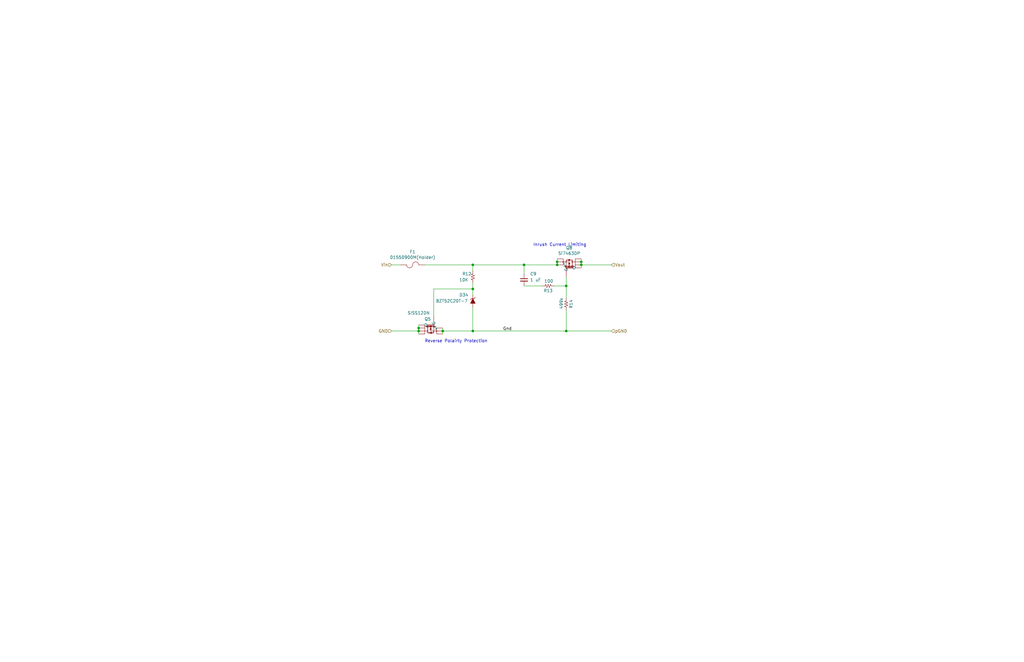
<source format=kicad_sch>
(kicad_sch (version 20211123) (generator eeschema)
  (paper "B")
  (title_block (title "PowerInputProtection") (date "2020-09-19") (rev "A") (company "Guatek"))
  (lib_symbols
    (symbol "Dual-Mag-Camera-Control-rescue:01550900M(Holder)-ProjectDevices" (pin_names (offset 1.016))
      (property "Reference" "F" (at 0 2.54 0))
      (property "Value" "01550900M(Holder)-ProjectDevices" (at 0 -3.81 0))
      (symbol "01550900M(Holder)-ProjectDevices_0_1"
        (arc (start -2.54 0) (mid -1.27 -1.27) (end 0 0))
        (arc (start 2.54 0) (mid 1.27 1.27) (end 0 0))
      )
      (symbol "01550900M(Holder)-ProjectDevices_1_1"
        (pin passive line (at -5.08 0 0) (length 2.54) (name "1") (number "1"))
        (pin passive line (at 5.08 0 180) (length 2.54) (name "2") (number "2"))
      )
    )
    (symbol "Dual-Mag-Camera-Control-rescue:C_Small-SPC-Control-rescue" (pin_numbers hide) (pin_names (offset 0.254) hide)
      (property "Reference" "C" (at 0.254 1.778 0))
      (property "Value" "C_Small-SPC-Control-rescue" (at 0.254 -2.032 0))
      (symbol "C_Small-SPC-Control-rescue_0_1"
        (polyline (pts (xy -1.524 -0.508) (xy 1.524 -0.508)) (stroke (width 0.3302)))
        (polyline (pts (xy -1.524 0.508) (xy 1.524 0.508)) (stroke (width 0.3048)))
      )
      (symbol "C_Small-SPC-Control-rescue_1_1"
        (pin passive line (at 0 2.54 270) (length 2.032) (name "~") (number "1"))
        (pin passive line (at 0 -2.54 90) (length 2.032) (name "~") (number "2"))
      )
    )
    (symbol "Dual-Mag-Camera-Control-rescue:Resistor_small-SPC-Control-rescue" (pin_numbers hide) (pin_names (offset 0))
      (property "Reference" "R" (at 2.032 0 90))
      (property "Value" "Resistor_small-SPC-Control-rescue" (at -2.032 0.254 90))
      (symbol "Resistor_small-SPC-Control-rescue_0_1"
        (polyline (pts (xy 0 1.27) (xy -0.762 1.016) (xy 0.762 0.508) (xy -0.762 0) (xy 0.762 -0.508) (xy -0.762 -1.016) (xy 0 -1.27)))
      )
      (symbol "Resistor_small-SPC-Control-rescue_1_1"
        (pin passive line (at 0 2.54 270) (length 1.27) (name "~") (number "1"))
        (pin passive line (at 0 -2.54 90) (length 1.27) (name "~") (number "2"))
      )
    )
    (symbol "Dual-Mag-Camera-Control-rescue:Resistor_small-SPC-Control-rescue-DeathStar-rescue-BUMP-Control-rescue" (pin_numbers hide) (pin_names (offset 0))
      (property "Reference" "R" (at 2.032 0 90))
      (property "Value" "Resistor_small-SPC-Control-rescue-DeathStar-rescue-BUMP-Control-rescue" (at -2.032 0.254 90))
      (symbol "Resistor_small-SPC-Control-rescue-DeathStar-rescue-BUMP-Control-rescue_0_1"
        (polyline (pts (xy 0 1.27) (xy -0.762 1.016) (xy 0.762 0.508) (xy -0.762 0) (xy 0.762 -0.508) (xy -0.762 -1.016) (xy 0 -1.27)))
      )
      (symbol "Resistor_small-SPC-Control-rescue-DeathStar-rescue-BUMP-Control-rescue_1_1"
        (pin passive line (at 0 2.54 270) (length 1.27) (name "~") (number "1"))
        (pin passive line (at 0 -2.54 90) (length 1.27) (name "~") (number "2"))
      )
    )
    (symbol "Dual-Mag-Camera-Control-rescue:Si7463DP-ProjectDevices" (pin_names (offset 1.016))
      (property "Reference" "Q" (at 2.54 0 0))
      (property "Value" "Si7463DP-ProjectDevices" (at 6.35 3.81 0))
      (symbol "Si7463DP-ProjectDevices_1_1"
        (circle (center 0 -1.27) (radius 0.127))
        (circle (center 0 -1.27) (radius 0.127))
        (circle (center 0 -1.27) (radius 0.127))
        (circle (center 0 -1.27) (radius 0.127))
        (polyline (pts (xy -5.08 1.27) (xy -3.81 1.27)))
        (polyline (pts (xy -2.54 1.27) (xy -3.81 1.27)))
        (polyline (pts (xy -1.905 -1.651) (xy -1.905 -1.016)) (stroke (width 0.508)))
        (polyline (pts (xy -1.905 -1.651) (xy -1.905 -1.016)) (stroke (width 0.508)))
        (polyline (pts (xy -1.905 -0.381) (xy -1.905 0.381)) (stroke (width 0.508)))
        (polyline (pts (xy -1.905 -0.381) (xy -1.905 0.381)) (stroke (width 0.508)))
        (polyline (pts (xy -1.905 1.016) (xy -1.905 1.651)) (stroke (width 0.508)))
        (polyline (pts (xy -1.778 -1.27) (xy 0 -1.27)))
        (polyline (pts (xy -1.778 -1.27) (xy 0 -1.27)))
        (polyline (pts (xy -1.778 -1.27) (xy 0 -1.27)))
        (polyline (pts (xy -1.778 -1.27) (xy 0 -1.27)))
        (polyline (pts (xy -1.778 1.27) (xy 0 1.27)))
        (polyline (pts (xy -1.27 -3.81) (xy -1.27 -2.54)))
        (polyline (pts (xy 0 -3.81) (xy 0 -2.54)))
        (polyline (pts (xy 0 1.27) (xy 0 2.54)))
        (polyline (pts (xy 0 2.54) (xy 0 3.81)))
        (polyline (pts (xy 0.381 0.381) (xy 1.143 0.381)))
        (polyline (pts (xy -2.54 -1.524) (xy -2.54 1.524) (xy -2.54 1.524)) (stroke (width 0.254)))
        (polyline (pts (xy -2.54 -1.524) (xy -2.54 1.524) (xy -2.54 1.524)) (stroke (width 0.254)))
        (polyline (pts (xy -1.778 0) (xy 0 0) (xy 0 1.27)))
        (polyline (pts (xy 0 2.54) (xy -1.27 2.54) (xy -1.27 3.81)))
        (polyline (pts (xy 0 2.54) (xy 1.27 2.54) (xy 1.27 3.81)))
        (polyline (pts (xy 1.27 -3.81) (xy 1.27 -2.54) (xy 0 -2.54)))
        (polyline (pts (xy -2.54 -3.81) (xy -2.54 -2.54) (xy 0 -2.54) (xy 0 -1.27)))
        (polyline (pts (xy -0.254 0) (xy -1.016 -0.381) (xy -1.016 0.381) (xy -0.254 0)) (fill (type outline)))
        (polyline (pts (xy 0 1.27) (xy 0.762 1.27) (xy 0.762 -1.27) (xy 0 -1.27)))
        (polyline (pts (xy 0 1.27) (xy 0.762 1.27) (xy 0.762 -1.27) (xy 0 -1.27)))
        (polyline (pts (xy 0 1.27) (xy 0.762 1.27) (xy 0.762 -1.27) (xy 0 -1.27)))
        (polyline (pts (xy 0 1.27) (xy 0.762 1.27) (xy 0.762 -1.27) (xy 0 -1.27)))
        (polyline (pts (xy 0.762 0.381) (xy 0.381 -0.254) (xy 1.143 -0.254) (xy 0.762 0.381)) (fill (type outline)))
        (circle (center 0 1.27) (radius 0.127))
        (circle (center 0 2.54) (radius 0.127))
        (circle (center 0 2.54) (radius 0.127))
        (circle (center 0 2.54) (radius 0.127))
        (circle (center 0 2.54) (radius 0.127))
        (pin power_out line (at -1.27 5.08 270) (length 1.27) (name "S") (number "1"))
        (pin power_out line (at 0 5.08 270) (length 1.27) (name "S") (number "2"))
        (pin power_out line (at 1.27 5.08 270) (length 1.27) (name "S") (number "3"))
        (pin passive line (at -6.35 1.27 0) (length 1.27) (name "G") (number "4"))
        (pin power_in line (at -2.54 -5.08 90) (length 1.27) (name "D") (number "5"))
        (pin power_in line (at -1.27 -5.08 90) (length 1.27) (name "D") (number "5"))
        (pin power_in line (at 0 -5.08 90) (length 1.27) (name "D") (number "5"))
        (pin power_in line (at 1.27 -5.08 90) (length 1.27) (name "D") (number "5"))
      )
    )
    (symbol "Dual-Mag-Camera-Control-rescue:SiSA72DN-ProjectDevices" (pin_names (offset 1.016))
      (property "Reference" "Q" (at 3.81 1.27 0))
      (property "Value" "SiSA72DN-ProjectDevices" (at -15.24 6.35 0))
      (symbol "SiSA72DN-ProjectDevices_1_1"
        (circle (center 0 -2.54) (radius 0.127))
        (circle (center 0 -2.54) (radius 0.127))
        (circle (center 0 -2.54) (radius 0.127))
        (circle (center 0 -2.54) (radius 0.127))
        (circle (center 0 -1.27) (radius 0.127))
        (polyline (pts (xy -5.08 -1.27) (xy -3.81 -1.27)))
        (polyline (pts (xy -2.54 -1.27) (xy -3.81 -1.27)))
        (polyline (pts (xy -1.905 -1.016) (xy -1.905 -1.651)) (stroke (width 0.508)))
        (polyline (pts (xy -1.905 0.381) (xy -1.905 -0.381)) (stroke (width 0.508)))
        (polyline (pts (xy -1.905 0.381) (xy -1.905 -0.381)) (stroke (width 0.508)))
        (polyline (pts (xy -1.905 1.651) (xy -1.905 1.016)) (stroke (width 0.508)))
        (polyline (pts (xy -1.905 1.651) (xy -1.905 1.016)) (stroke (width 0.508)))
        (polyline (pts (xy -1.778 -1.27) (xy 0 -1.27)))
        (polyline (pts (xy -1.778 1.27) (xy 0 1.27)))
        (polyline (pts (xy -1.778 1.27) (xy 0 1.27)))
        (polyline (pts (xy -1.778 1.27) (xy 0 1.27)))
        (polyline (pts (xy -1.778 1.27) (xy 0 1.27)))
        (polyline (pts (xy -1.27 3.81) (xy -1.27 2.54)))
        (polyline (pts (xy 0 -2.54) (xy 0 -3.81)))
        (polyline (pts (xy 0 -1.27) (xy 0 -2.54)))
        (polyline (pts (xy 0 3.81) (xy 0 2.54)))
        (polyline (pts (xy 0.381 0.254) (xy 1.143 0.254)))
        (polyline (pts (xy -2.54 1.524) (xy -2.54 -1.524) (xy -2.54 -1.524)) (stroke (width 0.254)))
        (polyline (pts (xy -2.54 1.524) (xy -2.54 -1.524) (xy -2.54 -1.524)) (stroke (width 0.254)))
        (polyline (pts (xy -1.778 0) (xy 0 0) (xy 0 -1.27)))
        (polyline (pts (xy 0 -2.54) (xy -1.27 -2.54) (xy -1.27 -3.81)))
        (polyline (pts (xy 0 -2.54) (xy 1.27 -2.54) (xy 1.27 -3.81)))
        (polyline (pts (xy 1.27 3.81) (xy 1.27 2.54) (xy 0 2.54)))
        (polyline (pts (xy -2.54 3.81) (xy -2.54 2.54) (xy 0 2.54) (xy 0 1.27)))
        (polyline (pts (xy -1.397 0) (xy -0.635 -0.381) (xy -0.635 0.381) (xy -1.397 0)) (fill (type outline)))
        (polyline (pts (xy 0 -1.27) (xy 0.762 -1.27) (xy 0.762 1.27) (xy 0 1.27)))
        (polyline (pts (xy 0 -1.27) (xy 0.762 -1.27) (xy 0.762 1.27) (xy 0 1.27)))
        (polyline (pts (xy 0 -1.27) (xy 0.762 -1.27) (xy 0.762 1.27) (xy 0 1.27)))
        (polyline (pts (xy 0 -1.27) (xy 0.762 -1.27) (xy 0.762 1.27) (xy 0 1.27)))
        (polyline (pts (xy 0.762 0.254) (xy 1.143 -0.381) (xy 0.381 -0.381) (xy 0.762 0.254)) (fill (type outline)))
        (circle (center 0 1.27) (radius 0.127))
        (circle (center 0 1.27) (radius 0.127))
        (circle (center 0 1.27) (radius 0.127))
        (circle (center 0 1.27) (radius 0.127))
        (pin power_in line (at 1.27 -5.08 90) (length 1.27) (name "S") (number "1"))
        (pin bidirectional line (at -1.27 -5.08 90) (length 1.27) (name "S") (number "2"))
        (pin bidirectional line (at 0 -5.08 90) (length 1.27) (name "S") (number "3"))
        (pin passive line (at -6.35 -1.27 0) (length 1.27) (name "G") (number "4"))
        (pin passive line (at -2.54 5.08 270) (length 1.27) (name "D") (number "5"))
        (pin power_in line (at -1.27 5.08 270) (length 1.27) (name "D") (number "5"))
        (pin power_in line (at 0 5.08 270) (length 1.27) (name "D") (number "5"))
        (pin power_in line (at 1.27 5.08 270) (length 1.27) (name "D") (number "5"))
      )
    )
    (symbol "Dual-Mag-Camera-Control-rescue:ZENERsmall-RESCUE-PowerControlBoard-SPC-Control-rescue-DeathStar-rescue-BUMP-Control-rescue" (pin_numbers hide) (pin_names (offset 1.016) hide)
      (property "Reference" "D" (at 0 2.54 0))
      (property "Value" "ZENERsmall-RESCUE-PowerControlBoard-SPC-Control-rescue-DeathStar-rescue-BUMP-Control-rescue" (at 0 -2.54 0))
      (symbol "ZENERsmall-RESCUE-PowerControlBoard-SPC-Control-rescue-DeathStar-rescue-BUMP-Control-rescue_0_1"
        (polyline (pts (xy -1.524 1.016) (xy -1.016 0.508) (xy -1.016 -0.508) (xy -0.508 -1.016)) (stroke (width 0.2032)))
        (polyline (pts (xy 1.016 1.016) (xy -1.016 0) (xy 1.016 -1.016) (xy 1.016 1.016)) (fill (type outline)))
      )
      (symbol "ZENERsmall-RESCUE-PowerControlBoard-SPC-Control-rescue-DeathStar-rescue-BUMP-Control-rescue_1_1"
        (pin passive line (at -2.54 0 0) (length 1.524) (name "K") (number "1"))
        (pin passive line (at 2.54 0 180) (length 1.524) (name "A") (number "2"))
      )
    )
  )
  (junction (at 238.76 120.65))
  (junction (at 176.53 138.43))
  (junction (at 199.39 121.92))
  (junction (at 238.76 139.7))
  (junction (at 245.11 110.49))
  (junction (at 186.69 139.7))
  (junction (at 234.95 110.49))
  (junction (at 234.95 111.76))
  (junction (at 176.53 139.7))
  (junction (at 199.39 111.76))
  (junction (at 220.98 111.76))
  (junction (at 199.39 139.7))
  (junction (at 245.11 111.76))
  (wire (pts (xy 199.39 111.76) (xy 220.98 111.76)))
  (wire (pts (xy 176.53 140.97) (xy 176.53 139.7)))
  (wire (pts (xy 245.11 110.49) (xy 245.11 111.76)))
  (wire (pts (xy 199.39 121.92) (xy 199.39 119.38)))
  (wire (pts (xy 179.07 111.76) (xy 199.39 111.76)))
  (wire (pts (xy 238.76 116.84) (xy 238.76 120.65)))
  (wire (pts (xy 176.53 138.43) (xy 176.53 139.7)))
  (wire (pts (xy 245.11 109.22) (xy 245.11 110.49)))
  (wire (pts (xy 220.98 111.76) (xy 220.98 115.57)))
  (wire (pts (xy 165.1 139.7) (xy 176.53 139.7)))
  (wire (pts (xy 199.39 121.92) (xy 182.88 121.92)))
  (wire (pts (xy 199.39 124.46) (xy 199.39 121.92)))
  (wire (pts (xy 199.39 139.7) (xy 238.76 139.7)))
  (wire (pts (xy 199.39 129.54) (xy 199.39 139.7)))
  (wire (pts (xy 245.11 111.76) (xy 245.11 113.03)))
  (wire (pts (xy 238.76 139.7) (xy 257.81 139.7)))
  (wire (pts (xy 238.76 120.65) (xy 238.76 125.73)))
  (wire (pts (xy 220.98 120.65) (xy 228.6 120.65)))
  (wire (pts (xy 234.95 110.49) (xy 234.95 111.76)))
  (wire (pts (xy 186.69 139.7) (xy 186.69 140.97)))
  (wire (pts (xy 245.11 111.76) (xy 257.81 111.76)))
  (wire (pts (xy 186.69 138.43) (xy 186.69 139.7)))
  (wire (pts (xy 182.88 121.92) (xy 182.88 133.35)))
  (wire (pts (xy 238.76 130.81) (xy 238.76 139.7)))
  (wire (pts (xy 186.69 139.7) (xy 199.39 139.7)))
  (wire (pts (xy 220.98 111.76) (xy 234.95 111.76)))
  (wire (pts (xy 168.91 111.76) (xy 165.1 111.76)))
  (wire (pts (xy 233.68 120.65) (xy 238.76 120.65)))
  (wire (pts (xy 199.39 114.3) (xy 199.39 111.76)))
  (wire (pts (xy 234.95 109.22) (xy 234.95 110.49)))
  (wire (pts (xy 176.53 137.16) (xy 176.53 138.43)))
  (text "Inrush Current Limiting" (at 224.79 104.14 0) (effects (font (size 1.27 1.27)) (justify left bottom)))
  (text "Reverse Polairty Protection" (at 179.07 144.78 0) (effects (font (size 1.27 1.27)) (justify left bottom)))
  (label "Gnd" (at 212.09 139.7 0))
  (hierarchical_label "Vout" (shape input) (at 257.81 111.76 0))
  (hierarchical_label "GND" (shape input) (at 165.1 139.7 180))
  (hierarchical_label "Vin" (shape input) (at 165.1 111.76 180))
  (hierarchical_label "pGND" (shape input) (at 257.81 139.7 0))
  (symbol (lib_id "Dual-Mag-Camera-Control-rescue:Resistor_small-SPC-Control-rescue") (at 231.14 120.65 270) (unit 1)
    (property "Reference" "R13" (at 231.14 122.682 90))
    (property "Value" "100" (at 231.394 118.618 90))
    (property "Footprint" "Resistor_SMD:R_0603_1608Metric" (effects hide))
    (property "Datasheet" "https://www.digikey.com/en/product-highlight/p/panasonic/era-xa-metal-thin-film-chip-resistors" (effects hide))
    (property "Part Number" "P100DBCT-ND" (effects hide))
    (property "Supplier" "Digikey" (effects hide))
    (property "Link" "https://www.digikey.com/product-detail/en/panasonic-electronic-components/ERA-3AEB101V/P100DBCT-ND/1466028" (effects hide))
  )
  (symbol (lib_id "Dual-Mag-Camera-Control-rescue:C_Small-SPC-Control-rescue") (at 220.98 118.11 0) (unit 1)
    (property "Reference" "C9" (at 223.52 115.57 0) (effects (justify left)))
    (property "Value" "1 uF" (at 223.52 118.11 0) (effects (justify left)))
    (property "Footprint" "Capacitor_SMD:C_0805_2012Metric" (effects hide))
    (property "Datasheet" "https://www.yageo.com/upload/media/product/productsearch/datasheet/mlcc/UPY-GPHC_X7R_6.3V-to-50V_18.pdf" (effects hide))
    (property "Part Number" "311-3498-1-ND" (effects hide))
    (property "Supplier" "Digikey" (effects hide))
    (property "Link" "https://www.digikey.com/product-detail/en/yageo/CC0805JKX7R9BB105/311-3498-1-ND/7164519" (effects hide))
  )
  (symbol (lib_id "Dual-Mag-Camera-Control-rescue:SiSA72DN-ProjectDevices") (at 181.61 139.7 90) (mirror x) (unit 1)
    (property "Reference" "Q5" (at 180.34 134.62 90))
    (property "Value" "SISS12DN" (at 176.53 132.08 90))
    (property "Footprint" "Package_SO:Vishay_PowerPAK_1212-8_Single" (effects hide))
    (property "Datasheet" "https://www.vishay.com/docs/75281/siss12dn.pdf" (effects hide))
    (property "Part Number" "SISS12DN-T1-GE3CT-ND" (effects hide))
    (property "Supplier" "Digikey" (effects hide))
    (property "Link" "https://www.digikey.com/en/products/detail/vishay-siliconix/siss12dn-t1-ge3/8572063" (effects hide))
  )
  (symbol (lib_id "Dual-Mag-Camera-Control-rescue:ZENERsmall-RESCUE-PowerControlBoard-SPC-Control-rescue-DeathStar-rescue-BUMP-Control-rescue") (at 199.39 127 270) (unit 1)
    (property "Reference" "D34" (at 195.58 124.46 90))
    (property "Value" "BZT52C20T-7" (at 190.5 127 90))
    (property "Footprint" "Diode_SMD:D_SOD-523" (effects hide))
    (property "Datasheet" "https://www.diodes.com/assets/Datasheets/ds30502.pdf" (effects hide))
    (property "Part Number" "BZT52C20T-7" (effects hide))
    (property "Supplier" "Digikey" (effects hide))
    (property "Link" "https://www.digikey.com/product-detail/en/diodes-incorporated/BZT52C20T-7/BZT52C20T-7DICT-ND/2181077" (effects hide))
  )
  (symbol (lib_id "Dual-Mag-Camera-Control-rescue:Resistor_small-SPC-Control-rescue-DeathStar-rescue-BUMP-Control-rescue") (at 199.39 116.84 0) (unit 1)
    (property "Reference" "R12" (at 196.85 115.57 0))
    (property "Value" "10K" (at 195.58 118.11 0))
    (property "Footprint" "Resistor_SMD:R_0603_1608Metric_Pad1.05x0.95mm_HandSolder" (effects hide))
    (property "Datasheet" "http://www.vishay.com/docs/28705/mcx0x0xpro.pdf" (effects hide))
    (property "Part Number" "MCT0603-10.0K-CFCT-ND" (effects hide))
    (property "Supplier" "Digikey" (effects hide))
    (property "Link" "https://www.digikey.com/product-detail/en/vishay-beyschlag/MCT06030C1002FP500/MCT0603-10.0K-CFCT-ND/2607933" (effects hide))
  )
  (symbol (lib_id "Dual-Mag-Camera-Control-rescue:Resistor_small-SPC-Control-rescue") (at 238.76 128.27 0) (unit 1)
    (property "Reference" "R14" (at 240.792 128.27 90))
    (property "Value" "499k" (at 236.728 128.016 90))
    (property "Footprint" "Resistor_SMD:R_0603_1608Metric" (effects hide))
    (property "Datasheet" "https://www.digikey.com/en/product-highlight/y/yageo/thin-film-chip-resistors" (effects hide))
    (property "Part Number" "YAG4565CT-ND" (effects hide))
    (property "Supplier" "Digikey" (effects hide))
    (property "Link" "https://www.digikey.com/product-detail/en/yageo/RT0603BRD07499KL/YAG4565CT-ND/6616721" (effects hide))
  )
  (symbol (lib_id "Dual-Mag-Camera-Control-rescue:01550900M(Holder)-ProjectDevices") (at 173.99 111.76 0) (unit 1)
    (property "Reference" "F1" (at 173.99 106.299 0))
    (property "Value" "01550900M(Holder)" (at 173.99 108.6104 0))
    (property "Footprint" "ProjectFootprints:01550900M" (effects hide))
    (property "Datasheet" "https://www.littelfuse.com/~/media/electronics/datasheets/fuses/littelfuse_fuse_154_154t_154l_154tl_datasheet.pdf.pdf" (effects hide))
    (property "Part Number" "F1889-ND" (effects hide))
    (property "Supplier" "Digikey" (effects hide))
    (property "Link" "https://www.digikey.com/products/en/circuit-protection/fuseholders/140?k=little%20fuse%20nano" (effects hide))
  )
  (symbol (lib_id "Dual-Mag-Camera-Control-rescue:Si7463DP-ProjectDevices") (at 240.03 110.49 90) (unit 1)
    (property "Reference" "Q8" (at 240.03 104.6226 90))
    (property "Value" "Si7463DP" (at 240.03 106.934 90))
    (property "Footprint" "Package_SO:PowerPAK_SO-8_Single" (effects hide))
    (property "Datasheet" "https://www.vishay.com/docs/72440/si7463dp.pdf" (effects hide))
    (property "Part Number" "SI7463DP-T1-E3CT-ND" (effects hide))
    (property "Supplier" "Digikey" (effects hide))
    (property "Link" "https://www.digikey.com/en/products/detail/vishay-siliconix/SI7463DP-T1-E3/1656627" (effects hide))
  )
)
</source>
